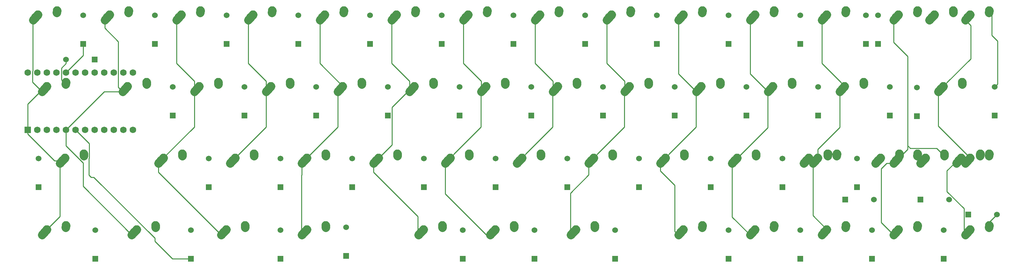
<source format=gbr>
G04 #@! TF.GenerationSoftware,KiCad,Pcbnew,(5.1.2)-1*
G04 #@! TF.CreationDate,2020-02-17T17:06:44-06:00*
G04 #@! TF.ProjectId,SL40,534c3430-2e6b-4696-9361-645f70636258,rev?*
G04 #@! TF.SameCoordinates,Original*
G04 #@! TF.FileFunction,Copper,L1,Top*
G04 #@! TF.FilePolarity,Positive*
%FSLAX46Y46*%
G04 Gerber Fmt 4.6, Leading zero omitted, Abs format (unit mm)*
G04 Created by KiCad (PCBNEW (5.1.2)-1) date 2020-02-17 17:06:44*
%MOMM*%
%LPD*%
G04 APERTURE LIST*
%ADD10C,2.250000*%
%ADD11C,2.250000*%
%ADD12C,1.524000*%
%ADD13R,1.524000X1.524000*%
%ADD14C,1.752600*%
%ADD15R,1.752600X1.752600*%
%ADD16C,0.250000*%
G04 APERTURE END LIST*
D10*
X262076527Y-96016269D03*
D11*
X262056250Y-96306250D02*
X262096804Y-95726288D01*
D10*
X262096250Y-95726250D03*
X256402519Y-97537390D03*
D11*
X255746250Y-98266250D02*
X257058788Y-96808530D01*
D10*
X257056250Y-96806250D03*
X268962500Y-96806250D03*
X268307501Y-97536250D03*
D11*
X267652500Y-98266250D02*
X268962502Y-96806250D01*
D10*
X274002500Y-95726250D03*
X273982500Y-96016250D03*
D11*
X273962500Y-96306250D02*
X274002500Y-95726250D01*
D12*
X243363750Y-107950000D03*
D13*
X235743750Y-107950000D03*
D10*
X231120277Y-96016269D03*
D11*
X231100000Y-96306250D02*
X231140554Y-95726288D01*
D10*
X231140000Y-95726250D03*
X225445001Y-97536250D03*
D11*
X224790000Y-98266250D02*
X226100002Y-96806250D01*
D10*
X226100000Y-96806250D03*
X245150000Y-96806250D03*
X244496269Y-97537390D03*
D11*
X243840000Y-98266250D02*
X245152538Y-96808530D01*
D10*
X250190000Y-95726250D03*
X250170000Y-96016250D03*
D11*
X250150000Y-96306250D02*
X250190000Y-95726250D01*
D10*
X266581250Y-96806250D03*
X265927519Y-97537390D03*
D11*
X265271250Y-98266250D02*
X266583788Y-96808530D01*
D10*
X271621250Y-95726250D03*
X271601250Y-96016250D03*
D11*
X271581250Y-96306250D02*
X271621250Y-95726250D01*
D13*
X103187500Y-122872500D03*
D12*
X103187500Y-115252500D03*
D13*
X134143750Y-123666250D03*
D12*
X134143750Y-116046250D03*
D10*
X164187500Y-115856250D03*
X163533769Y-116587390D03*
D11*
X162877500Y-117316250D02*
X164190038Y-115858530D01*
D10*
X169227500Y-114776250D03*
X169207500Y-115066250D03*
D11*
X169187500Y-115356250D02*
X169227500Y-114776250D01*
D13*
X174625000Y-123666250D03*
D12*
X174625000Y-116046250D03*
X204787500Y-116046250D03*
D13*
X204787500Y-123666250D03*
D10*
X123706250Y-115856250D03*
X123052519Y-116587390D03*
D11*
X122396250Y-117316250D02*
X123708788Y-115858530D01*
D10*
X128746250Y-114776250D03*
X128726250Y-115066250D03*
D11*
X128706250Y-115356250D02*
X128746250Y-114776250D01*
D10*
X97770000Y-115066250D03*
D11*
X97750000Y-115356250D02*
X97790000Y-114776250D01*
D10*
X97790000Y-114776250D03*
X92096269Y-116587390D03*
D11*
X91440000Y-117316250D02*
X92752538Y-115858530D01*
D10*
X92750000Y-115856250D03*
X192762500Y-115856250D03*
X192108769Y-116587390D03*
D11*
X191452500Y-117316250D02*
X192765038Y-115858530D01*
D10*
X197802500Y-114776250D03*
X197782500Y-115066250D03*
D11*
X197762500Y-115356250D02*
X197802500Y-114776250D01*
D10*
X259437500Y-58706250D03*
X258783769Y-59437390D03*
D11*
X258127500Y-60166250D02*
X259440038Y-58708530D01*
D10*
X264477500Y-57626250D03*
X264457777Y-57916269D03*
D11*
X264437500Y-58206250D02*
X264478054Y-57626288D01*
D12*
X33337500Y-58896250D03*
D13*
X33337500Y-66516250D03*
D12*
X52387500Y-58896250D03*
D13*
X52387500Y-66516250D03*
D12*
X71437500Y-58896250D03*
D13*
X71437500Y-66516250D03*
D12*
X90487500Y-58896250D03*
D13*
X90487500Y-66516250D03*
D12*
X109537500Y-58896250D03*
D13*
X109537500Y-66516250D03*
D12*
X128587500Y-58896250D03*
D13*
X128587500Y-66516250D03*
D12*
X147637500Y-58896250D03*
D13*
X147637500Y-66516250D03*
D12*
X166687500Y-58896250D03*
D13*
X166687500Y-66516250D03*
D12*
X185737500Y-58896250D03*
D13*
X185737500Y-66516250D03*
D12*
X204787500Y-58896250D03*
D13*
X204787500Y-66516250D03*
D12*
X223837500Y-58896250D03*
D13*
X223837500Y-66516250D03*
D12*
X241300000Y-58896250D03*
D13*
X241300000Y-66516250D03*
D12*
X244475000Y-58896250D03*
D13*
X244475000Y-66516250D03*
D12*
X275431250Y-77946250D03*
D13*
X275431250Y-85566250D03*
D12*
X28733750Y-70643750D03*
D13*
X36353750Y-70643750D03*
D12*
X57150000Y-77946250D03*
D13*
X57150000Y-85566250D03*
D12*
X76200000Y-77946250D03*
D13*
X76200000Y-85566250D03*
D12*
X95250000Y-77946250D03*
D13*
X95250000Y-85566250D03*
D12*
X133350000Y-77946250D03*
D13*
X133350000Y-85566250D03*
D12*
X152400000Y-77946250D03*
D13*
X152400000Y-85566250D03*
D12*
X171450000Y-77946250D03*
D13*
X171450000Y-85566250D03*
D12*
X190500000Y-77946250D03*
D13*
X190500000Y-85566250D03*
D12*
X209550000Y-77946250D03*
D13*
X209550000Y-85566250D03*
D12*
X228600000Y-77946250D03*
D13*
X228600000Y-85566250D03*
D12*
X247650000Y-77946250D03*
D13*
X247650000Y-85566250D03*
D12*
X254793750Y-78105000D03*
D13*
X254793750Y-85725000D03*
D12*
X21431250Y-96996250D03*
D13*
X21431250Y-104616250D03*
D12*
X66675000Y-96996250D03*
D13*
X66675000Y-104616250D03*
D12*
X85725000Y-96996250D03*
D13*
X85725000Y-104616250D03*
D12*
X104775000Y-96996250D03*
D13*
X104775000Y-104616250D03*
D12*
X123825000Y-96996250D03*
D13*
X123825000Y-104616250D03*
D12*
X142875000Y-96996250D03*
D13*
X142875000Y-104616250D03*
D12*
X161925000Y-96996250D03*
D13*
X161925000Y-104616250D03*
D12*
X180975000Y-96996250D03*
D13*
X180975000Y-104616250D03*
D12*
X200025000Y-96996250D03*
D13*
X200025000Y-104616250D03*
D12*
X219075000Y-96996250D03*
D13*
X219075000Y-104616250D03*
D12*
X238918750Y-96996250D03*
D13*
X238918750Y-104616250D03*
D12*
X263366250Y-107950000D03*
D13*
X255746250Y-107950000D03*
D12*
X36512500Y-116046250D03*
D13*
X36512500Y-123666250D03*
D12*
X61912500Y-116046250D03*
D13*
X61912500Y-123666250D03*
D12*
X85725000Y-116046250D03*
D13*
X85725000Y-123666250D03*
D12*
X153193750Y-116046250D03*
D13*
X153193750Y-123666250D03*
D12*
X223837500Y-116046250D03*
D13*
X223837500Y-123666250D03*
D12*
X242887500Y-116046250D03*
D13*
X242887500Y-123666250D03*
D12*
X261937500Y-116046250D03*
D13*
X261937500Y-123666250D03*
D12*
X276066250Y-111918750D03*
D13*
X268446250Y-111918750D03*
D12*
X114300000Y-77946250D03*
D13*
X114300000Y-85566250D03*
D10*
X21312500Y-58706250D03*
X20657501Y-59436250D03*
D11*
X20002500Y-60166250D02*
X21312502Y-58706250D01*
D10*
X26352500Y-57626250D03*
X26332500Y-57916250D03*
D11*
X26312500Y-58206250D02*
X26352500Y-57626250D01*
D10*
X40362500Y-58706250D03*
X39707501Y-59436250D03*
D11*
X39052500Y-60166250D02*
X40362502Y-58706250D01*
D10*
X45402500Y-57626250D03*
X45382500Y-57916250D03*
D11*
X45362500Y-58206250D02*
X45402500Y-57626250D01*
D10*
X59412500Y-58706250D03*
X58757501Y-59436250D03*
D11*
X58102500Y-60166250D02*
X59412502Y-58706250D01*
D10*
X64452500Y-57626250D03*
X64432500Y-57916250D03*
D11*
X64412500Y-58206250D02*
X64452500Y-57626250D01*
D10*
X78462500Y-58706250D03*
X77807501Y-59436250D03*
D11*
X77152500Y-60166250D02*
X78462502Y-58706250D01*
D10*
X83502500Y-57626250D03*
X83482500Y-57916250D03*
D11*
X83462500Y-58206250D02*
X83502500Y-57626250D01*
D10*
X97512500Y-58706250D03*
X96857501Y-59436250D03*
D11*
X96202500Y-60166250D02*
X97512502Y-58706250D01*
D10*
X102552500Y-57626250D03*
X102532500Y-57916250D03*
D11*
X102512500Y-58206250D02*
X102552500Y-57626250D01*
D10*
X116562500Y-58706250D03*
X115907501Y-59436250D03*
D11*
X115252500Y-60166250D02*
X116562502Y-58706250D01*
D10*
X121602500Y-57626250D03*
X121582500Y-57916250D03*
D11*
X121562500Y-58206250D02*
X121602500Y-57626250D01*
D10*
X135612500Y-58706250D03*
X134957501Y-59436250D03*
D11*
X134302500Y-60166250D02*
X135612502Y-58706250D01*
D10*
X140652500Y-57626250D03*
X140632500Y-57916250D03*
D11*
X140612500Y-58206250D02*
X140652500Y-57626250D01*
D10*
X154662500Y-58706250D03*
X154007501Y-59436250D03*
D11*
X153352500Y-60166250D02*
X154662502Y-58706250D01*
D10*
X159702500Y-57626250D03*
X159682500Y-57916250D03*
D11*
X159662500Y-58206250D02*
X159702500Y-57626250D01*
D10*
X173712500Y-58706250D03*
X173057501Y-59436250D03*
D11*
X172402500Y-60166250D02*
X173712502Y-58706250D01*
D10*
X178752500Y-57626250D03*
X178732500Y-57916250D03*
D11*
X178712500Y-58206250D02*
X178752500Y-57626250D01*
D10*
X192762500Y-58706250D03*
X192107501Y-59436250D03*
D11*
X191452500Y-60166250D02*
X192762502Y-58706250D01*
D10*
X197802500Y-57626250D03*
X197782500Y-57916250D03*
D11*
X197762500Y-58206250D02*
X197802500Y-57626250D01*
D10*
X211812500Y-58706250D03*
X211157501Y-59436250D03*
D11*
X210502500Y-60166250D02*
X211812502Y-58706250D01*
D10*
X216852500Y-57626250D03*
X216832500Y-57916250D03*
D11*
X216812500Y-58206250D02*
X216852500Y-57626250D01*
D10*
X230862500Y-58706250D03*
X230207501Y-59436250D03*
D11*
X229552500Y-60166250D02*
X230862502Y-58706250D01*
D10*
X235902500Y-57626250D03*
X235882500Y-57916250D03*
D11*
X235862500Y-58206250D02*
X235902500Y-57626250D01*
D10*
X249912500Y-58706250D03*
X249257501Y-59436250D03*
D11*
X248602500Y-60166250D02*
X249912502Y-58706250D01*
D10*
X254952500Y-57626250D03*
X254932500Y-57916250D03*
D11*
X254912500Y-58206250D02*
X254952500Y-57626250D01*
D10*
X268962500Y-58706250D03*
X268307501Y-59436250D03*
D11*
X267652500Y-60166250D02*
X268962502Y-58706250D01*
D10*
X274002500Y-57626250D03*
X273982500Y-57916250D03*
D11*
X273962500Y-58206250D02*
X274002500Y-57626250D01*
D10*
X23693750Y-77756250D03*
X23038751Y-78486250D03*
D11*
X22383750Y-79216250D02*
X23693752Y-77756250D01*
D10*
X28733750Y-76676250D03*
X28713750Y-76966250D03*
D11*
X28693750Y-77256250D02*
X28733750Y-76676250D01*
D10*
X45125000Y-77756250D03*
X44470001Y-78486250D03*
D11*
X43815000Y-79216250D02*
X45125002Y-77756250D01*
D10*
X50165000Y-76676250D03*
X50145000Y-76966250D03*
D11*
X50125000Y-77256250D02*
X50165000Y-76676250D01*
D10*
X64175000Y-77756250D03*
X63520001Y-78486250D03*
D11*
X62865000Y-79216250D02*
X64175002Y-77756250D01*
D10*
X69215000Y-76676250D03*
X69195000Y-76966250D03*
D11*
X69175000Y-77256250D02*
X69215000Y-76676250D01*
D10*
X83225000Y-77756250D03*
X82570001Y-78486250D03*
D11*
X81915000Y-79216250D02*
X83225002Y-77756250D01*
D10*
X88265000Y-76676250D03*
X88245000Y-76966250D03*
D11*
X88225000Y-77256250D02*
X88265000Y-76676250D01*
D10*
X102275000Y-77756250D03*
X101620001Y-78486250D03*
D11*
X100965000Y-79216250D02*
X102275002Y-77756250D01*
D10*
X107315000Y-76676250D03*
X107295000Y-76966250D03*
D11*
X107275000Y-77256250D02*
X107315000Y-76676250D01*
D10*
X121325000Y-77756250D03*
X120670001Y-78486250D03*
D11*
X120015000Y-79216250D02*
X121325002Y-77756250D01*
D10*
X126365000Y-76676250D03*
X126345000Y-76966250D03*
D11*
X126325000Y-77256250D02*
X126365000Y-76676250D01*
D10*
X140375000Y-77756250D03*
X139720001Y-78486250D03*
D11*
X139065000Y-79216250D02*
X140375002Y-77756250D01*
D10*
X145415000Y-76676250D03*
X145395000Y-76966250D03*
D11*
X145375000Y-77256250D02*
X145415000Y-76676250D01*
D10*
X159425000Y-77756250D03*
X158770001Y-78486250D03*
D11*
X158115000Y-79216250D02*
X159425002Y-77756250D01*
D10*
X164465000Y-76676250D03*
X164445000Y-76966250D03*
D11*
X164425000Y-77256250D02*
X164465000Y-76676250D01*
D10*
X178475000Y-77756250D03*
X177820001Y-78486250D03*
D11*
X177165000Y-79216250D02*
X178475002Y-77756250D01*
D10*
X183515000Y-76676250D03*
X183495000Y-76966250D03*
D11*
X183475000Y-77256250D02*
X183515000Y-76676250D01*
D10*
X197525000Y-77756250D03*
X196870001Y-78486250D03*
D11*
X196215000Y-79216250D02*
X197525002Y-77756250D01*
D10*
X202565000Y-76676250D03*
X202545000Y-76966250D03*
D11*
X202525000Y-77256250D02*
X202565000Y-76676250D01*
D10*
X216575000Y-77756250D03*
X215920001Y-78486250D03*
D11*
X215265000Y-79216250D02*
X216575002Y-77756250D01*
D10*
X221615000Y-76676250D03*
X221595000Y-76966250D03*
D11*
X221575000Y-77256250D02*
X221615000Y-76676250D01*
D10*
X235625000Y-77756250D03*
X234970001Y-78486250D03*
D11*
X234315000Y-79216250D02*
X235625002Y-77756250D01*
D10*
X240665000Y-76676250D03*
X240645000Y-76966250D03*
D11*
X240625000Y-77256250D02*
X240665000Y-76676250D01*
D10*
X261818750Y-77756250D03*
X261163751Y-78486250D03*
D11*
X260508750Y-79216250D02*
X261818752Y-77756250D01*
D10*
X266858750Y-76676250D03*
X266838750Y-76966250D03*
D11*
X266818750Y-77256250D02*
X266858750Y-76676250D01*
D10*
X28456250Y-96806250D03*
X27801251Y-97536250D03*
D11*
X27146250Y-98266250D02*
X28456252Y-96806250D01*
D10*
X33496250Y-95726250D03*
X33476250Y-96016250D03*
D11*
X33456250Y-96306250D02*
X33496250Y-95726250D01*
D10*
X54650000Y-96806250D03*
X53995001Y-97536250D03*
D11*
X53340000Y-98266250D02*
X54650002Y-96806250D01*
D10*
X59690000Y-95726250D03*
X59670000Y-96016250D03*
D11*
X59650000Y-96306250D02*
X59690000Y-95726250D01*
D10*
X73700000Y-96806250D03*
X73045001Y-97536250D03*
D11*
X72390000Y-98266250D02*
X73700002Y-96806250D01*
D10*
X78740000Y-95726250D03*
X78720000Y-96016250D03*
D11*
X78700000Y-96306250D02*
X78740000Y-95726250D01*
D10*
X92750000Y-96806250D03*
X92095001Y-97536250D03*
D11*
X91440000Y-98266250D02*
X92750002Y-96806250D01*
D10*
X97790000Y-95726250D03*
X97770000Y-96016250D03*
D11*
X97750000Y-96306250D02*
X97790000Y-95726250D01*
D10*
X111800000Y-96806250D03*
X111145001Y-97536250D03*
D11*
X110490000Y-98266250D02*
X111800002Y-96806250D01*
D10*
X116840000Y-95726250D03*
X116820000Y-96016250D03*
D11*
X116800000Y-96306250D02*
X116840000Y-95726250D01*
D10*
X130850000Y-96806250D03*
X130195001Y-97536250D03*
D11*
X129540000Y-98266250D02*
X130850002Y-96806250D01*
D10*
X135890000Y-95726250D03*
X135870000Y-96016250D03*
D11*
X135850000Y-96306250D02*
X135890000Y-95726250D01*
D10*
X149900000Y-96806250D03*
X149245001Y-97536250D03*
D11*
X148590000Y-98266250D02*
X149900002Y-96806250D01*
D10*
X154940000Y-95726250D03*
X154920000Y-96016250D03*
D11*
X154900000Y-96306250D02*
X154940000Y-95726250D01*
D10*
X168950000Y-96806250D03*
X168295001Y-97536250D03*
D11*
X167640000Y-98266250D02*
X168950002Y-96806250D01*
D10*
X173990000Y-95726250D03*
X173970000Y-96016250D03*
D11*
X173950000Y-96306250D02*
X173990000Y-95726250D01*
D10*
X188000000Y-96806250D03*
X187345001Y-97536250D03*
D11*
X186690000Y-98266250D02*
X188000002Y-96806250D01*
D10*
X193040000Y-95726250D03*
X193020000Y-96016250D03*
D11*
X193000000Y-96306250D02*
X193040000Y-95726250D01*
D10*
X207050000Y-96806250D03*
X206395001Y-97536250D03*
D11*
X205740000Y-98266250D02*
X207050002Y-96806250D01*
D10*
X212090000Y-95726250D03*
X212070000Y-96016250D03*
D11*
X212050000Y-96306250D02*
X212090000Y-95726250D01*
D10*
X228481250Y-96806250D03*
X227826251Y-97536250D03*
D11*
X227171250Y-98266250D02*
X228481252Y-96806250D01*
D10*
X233521250Y-95726250D03*
X233501250Y-96016250D03*
D11*
X233481250Y-96306250D02*
X233521250Y-95726250D01*
D10*
X249912500Y-96806250D03*
X249257501Y-97536250D03*
D11*
X248602500Y-98266250D02*
X249912502Y-96806250D01*
D10*
X254952500Y-95726250D03*
X254932500Y-96016250D03*
D11*
X254912500Y-96306250D02*
X254952500Y-95726250D01*
D10*
X23693750Y-115856250D03*
X23038751Y-116586250D03*
D11*
X22383750Y-117316250D02*
X23693752Y-115856250D01*
D10*
X28733750Y-114776250D03*
X28713750Y-115066250D03*
D11*
X28693750Y-115356250D02*
X28733750Y-114776250D01*
D10*
X47506250Y-115856250D03*
X46851251Y-116586250D03*
D11*
X46196250Y-117316250D02*
X47506252Y-115856250D01*
D10*
X52546250Y-114776250D03*
X52526250Y-115066250D03*
D11*
X52506250Y-115356250D02*
X52546250Y-114776250D01*
D10*
X71318750Y-115856250D03*
X70663751Y-116586250D03*
D11*
X70008750Y-117316250D02*
X71318752Y-115856250D01*
D10*
X76358750Y-114776250D03*
X76338750Y-115066250D03*
D11*
X76318750Y-115356250D02*
X76358750Y-114776250D01*
D10*
X142756250Y-115856250D03*
X142101251Y-116586250D03*
D11*
X141446250Y-117316250D02*
X142756252Y-115856250D01*
D10*
X147796250Y-114776250D03*
X147776250Y-115066250D03*
D11*
X147756250Y-115356250D02*
X147796250Y-114776250D01*
D10*
X211812500Y-115856250D03*
X211157501Y-116586250D03*
D11*
X210502500Y-117316250D02*
X211812502Y-115856250D01*
D10*
X216852500Y-114776250D03*
X216832500Y-115066250D03*
D11*
X216812500Y-115356250D02*
X216852500Y-114776250D01*
D10*
X230862500Y-115856250D03*
X230207501Y-116586250D03*
D11*
X229552500Y-117316250D02*
X230862502Y-115856250D01*
D10*
X235902500Y-114776250D03*
X235882500Y-115066250D03*
D11*
X235862500Y-115356250D02*
X235902500Y-114776250D01*
D10*
X249912500Y-115856250D03*
X249257501Y-116586250D03*
D11*
X248602500Y-117316250D02*
X249912502Y-115856250D01*
D10*
X254952500Y-114776250D03*
X254932500Y-115066250D03*
D11*
X254912500Y-115356250D02*
X254952500Y-114776250D01*
D10*
X268962500Y-115856250D03*
X268307501Y-116586250D03*
D11*
X267652500Y-117316250D02*
X268962502Y-115856250D01*
D10*
X274002500Y-114776250D03*
X273982500Y-115066250D03*
D11*
X273962500Y-115356250D02*
X274002500Y-114776250D01*
D14*
X18573750Y-74136250D03*
X46513750Y-89376250D03*
X21113750Y-74136250D03*
X23653750Y-74136250D03*
X26193750Y-74136250D03*
X28733750Y-74136250D03*
X31273750Y-74136250D03*
X33813750Y-74136250D03*
X36353750Y-74136250D03*
X38893750Y-74136250D03*
X41433750Y-74136250D03*
X43973750Y-74136250D03*
X46513750Y-74136250D03*
X43973750Y-89376250D03*
X41433750Y-89376250D03*
X38893750Y-89376250D03*
X36353750Y-89376250D03*
X33813750Y-89376250D03*
X31273750Y-89376250D03*
X28733750Y-89376250D03*
X26193750Y-89376250D03*
X23653750Y-89376250D03*
X21113750Y-89376250D03*
D15*
X18573750Y-89376250D03*
D16*
X33337500Y-69532500D02*
X33337500Y-66516250D01*
X28733750Y-74136250D02*
X33337500Y-69532500D01*
X274669251Y-58913001D02*
X273962500Y-58206250D01*
X276193249Y-77184251D02*
X275431250Y-77946250D01*
X276194401Y-77183099D02*
X276193249Y-77184251D01*
X276194401Y-65787149D02*
X276194401Y-77183099D01*
X274669251Y-64261999D02*
X276194401Y-65787149D01*
X274669251Y-64261999D02*
X274669251Y-58913001D01*
X27532449Y-76094949D02*
X28693750Y-77256250D01*
X27532449Y-72922681D02*
X27532449Y-76094949D01*
X28733750Y-71721380D02*
X27532449Y-72922681D01*
X28733750Y-70643750D02*
X28733750Y-71721380D01*
X32150049Y-90252549D02*
X31273750Y-89376250D01*
X34946251Y-93048751D02*
X32150049Y-90252549D01*
X34836249Y-96976607D02*
X34946251Y-96866605D01*
X34836249Y-101382251D02*
X34836249Y-96976607D01*
X35460249Y-102006251D02*
X34836249Y-101382251D01*
X36125001Y-102006251D02*
X35460249Y-102006251D01*
X52325151Y-118206401D02*
X36125001Y-102006251D01*
X52325151Y-119000151D02*
X52325151Y-118206401D01*
X34946251Y-96866605D02*
X34946251Y-93048751D01*
X56991250Y-123666250D02*
X52325151Y-119000151D01*
X61912500Y-123666250D02*
X56991250Y-123666250D01*
X273962500Y-114022500D02*
X276066250Y-111918750D01*
X273962500Y-115356250D02*
X273962500Y-114022500D01*
X19932501Y-73729999D02*
X19843750Y-73818750D01*
X20002500Y-60166250D02*
X19932501Y-60236249D01*
X19932501Y-60236249D02*
X19932501Y-73729999D01*
X19843750Y-76676250D02*
X22383750Y-79216250D01*
X19843750Y-73818750D02*
X19843750Y-76676250D01*
X18573750Y-88249950D02*
X18573750Y-89376250D01*
X18573750Y-82520248D02*
X18573750Y-88249950D01*
X21877748Y-79216250D02*
X18573750Y-82520248D01*
X22383750Y-79216250D02*
X21877748Y-79216250D01*
X18573750Y-90502550D02*
X25702450Y-97631250D01*
X18573750Y-89376250D02*
X18573750Y-90502550D01*
X26511250Y-97631250D02*
X27146250Y-98266250D01*
X25702450Y-97631250D02*
X26511250Y-97631250D01*
X22383750Y-117166250D02*
X22383750Y-117316250D01*
X27146250Y-112403750D02*
X22383750Y-117166250D01*
X27146250Y-98266250D02*
X27146250Y-112403750D01*
X28733750Y-90615525D02*
X28733750Y-89376250D01*
X28733750Y-93634106D02*
X28733750Y-90615525D01*
X33275151Y-98175507D02*
X28733750Y-93634106D01*
X33275151Y-104395151D02*
X33275151Y-98175507D01*
X46196250Y-117316250D02*
X33275151Y-104395151D01*
X42635051Y-78036301D02*
X43815000Y-79216250D01*
X42635051Y-65910775D02*
X42635051Y-78036301D01*
X39052500Y-62328224D02*
X42635051Y-65910775D01*
X39052500Y-60166250D02*
X39052500Y-62328224D01*
X38893750Y-79216250D02*
X28733750Y-89376250D01*
X43815000Y-79216250D02*
X38893750Y-79216250D01*
X62865000Y-76446250D02*
X62865000Y-79216250D01*
X58102500Y-71683750D02*
X62865000Y-76446250D01*
X58102500Y-60166250D02*
X58102500Y-71683750D01*
X53340000Y-98116250D02*
X53340000Y-98266250D01*
X62865000Y-88591250D02*
X53340000Y-98116250D01*
X62865000Y-79216250D02*
X62865000Y-88591250D01*
X53340000Y-100647500D02*
X70008750Y-117316250D01*
X53340000Y-98266250D02*
X53340000Y-100647500D01*
X81915000Y-76446250D02*
X81915000Y-79216250D01*
X77152500Y-71683750D02*
X81915000Y-76446250D01*
X77152500Y-60166250D02*
X77152500Y-71683750D01*
X81915000Y-88591250D02*
X73700000Y-96806250D01*
X81915000Y-79216250D02*
X81915000Y-88591250D01*
X96202500Y-71683750D02*
X102275000Y-77756250D01*
X96202500Y-60166250D02*
X96202500Y-71683750D01*
X100965000Y-88591250D02*
X92750000Y-96806250D01*
X100965000Y-79216250D02*
X100965000Y-88591250D01*
X91440000Y-101312252D02*
X91440000Y-98266250D01*
X91281250Y-101471002D02*
X91440000Y-101312252D01*
X91281250Y-117157500D02*
X91281250Y-101471002D01*
X91440000Y-117316250D02*
X91281250Y-117157500D01*
X120015000Y-76446250D02*
X120015000Y-79216250D01*
X115252500Y-71683750D02*
X120015000Y-76446250D01*
X115252500Y-60166250D02*
X115252500Y-71683750D01*
X115387001Y-93369249D02*
X110490000Y-98266250D01*
X115387001Y-83338247D02*
X115387001Y-93369249D01*
X119508998Y-79216250D02*
X115387001Y-83338247D01*
X120015000Y-79216250D02*
X119508998Y-79216250D01*
X122256249Y-117176249D02*
X122396250Y-117316250D01*
X122256249Y-112413749D02*
X122256249Y-117176249D01*
X110490000Y-100647500D02*
X122256249Y-112413749D01*
X110490000Y-98266250D02*
X110490000Y-100647500D01*
X139065000Y-76446250D02*
X139065000Y-79216250D01*
X134302500Y-71683750D02*
X139065000Y-76446250D01*
X134302500Y-60166250D02*
X134302500Y-71683750D01*
X131974999Y-95681251D02*
X130850000Y-96806250D01*
X138995001Y-88661249D02*
X131974999Y-95681251D01*
X138995001Y-79286249D02*
X138995001Y-88661249D01*
X139065000Y-79216250D02*
X138995001Y-79286249D01*
X140427276Y-117316250D02*
X141446250Y-117316250D01*
X129540000Y-106428974D02*
X140427276Y-117316250D01*
X129540000Y-98266250D02*
X129540000Y-106428974D01*
X158115000Y-76446250D02*
X158115000Y-79216250D01*
X153352500Y-71683750D02*
X158115000Y-76446250D01*
X153352500Y-60166250D02*
X153352500Y-71683750D01*
X151024999Y-95681251D02*
X149900000Y-96806250D01*
X158045001Y-88661249D02*
X151024999Y-95681251D01*
X158045001Y-79286249D02*
X158045001Y-88661249D01*
X158115000Y-79216250D02*
X158045001Y-79286249D01*
X177165000Y-76446250D02*
X177165000Y-79216250D01*
X172402500Y-71683750D02*
X177165000Y-76446250D01*
X172402500Y-60166250D02*
X172402500Y-71683750D01*
X170074999Y-95681251D02*
X168950000Y-96806250D01*
X177095001Y-88661249D02*
X170074999Y-95681251D01*
X177095001Y-79286249D02*
X177095001Y-88661249D01*
X177165000Y-79216250D02*
X177095001Y-79286249D01*
X167640000Y-101312252D02*
X167640000Y-98266250D01*
X162737499Y-106214753D02*
X167640000Y-101312252D01*
X162737499Y-117176249D02*
X162737499Y-106214753D01*
X162877500Y-117316250D02*
X162737499Y-117176249D01*
X191452500Y-74453750D02*
X196215000Y-79216250D01*
X191452500Y-60166250D02*
X191452500Y-74453750D01*
X189124999Y-95681251D02*
X188000000Y-96806250D01*
X196145001Y-88661249D02*
X189124999Y-95681251D01*
X196145001Y-79286249D02*
X196145001Y-88661249D01*
X196215000Y-79216250D02*
X196145001Y-79286249D01*
X186690000Y-100300248D02*
X186690000Y-98266250D01*
X190500000Y-104110248D02*
X186690000Y-100300248D01*
X190500000Y-116363750D02*
X190500000Y-104110248D01*
X191452500Y-117316250D02*
X190500000Y-116363750D01*
X205740000Y-112553750D02*
X205740000Y-98266250D01*
X210502500Y-117316250D02*
X205740000Y-112553750D01*
X215195001Y-79286249D02*
X215265000Y-79216250D01*
X215195001Y-88811249D02*
X215195001Y-79286249D01*
X205740000Y-98266250D02*
X215195001Y-88811249D01*
X210502500Y-74453750D02*
X215265000Y-79216250D01*
X210502500Y-60166250D02*
X210502500Y-74453750D01*
X234500001Y-76631251D02*
X235625000Y-77756250D01*
X229552500Y-71683750D02*
X234500001Y-76631251D01*
X229552500Y-60166250D02*
X229552500Y-71683750D01*
X227171250Y-112165000D02*
X230862500Y-115856250D01*
X227171250Y-98266250D02*
X227171250Y-112165000D01*
X228481250Y-94575000D02*
X228481250Y-96806250D01*
X234315000Y-88741250D02*
X228481250Y-94575000D01*
X234315000Y-79216250D02*
X234315000Y-88741250D01*
X252318401Y-94550349D02*
X248602500Y-98266250D01*
X248602500Y-66132276D02*
X252318401Y-69848177D01*
X248602500Y-60166250D02*
X248602500Y-66132276D01*
X246758026Y-98266250D02*
X248602500Y-98266250D01*
X245331099Y-99693177D02*
X246758026Y-98266250D01*
X245331099Y-114044849D02*
X245331099Y-99693177D01*
X248602500Y-117316250D02*
X245331099Y-114044849D01*
X253026249Y-94276249D02*
X252318401Y-93568401D01*
X260026249Y-94276249D02*
X253026249Y-94276249D01*
X262056250Y-96306250D02*
X260026249Y-94276249D01*
X252318401Y-69848177D02*
X252318401Y-93568401D01*
X252318401Y-93568401D02*
X252318401Y-94550349D01*
X260508750Y-88352500D02*
X268962500Y-96806250D01*
X260508750Y-79216250D02*
X260508750Y-88352500D01*
X262943749Y-76631251D02*
X261818750Y-77756250D01*
X269081250Y-70493750D02*
X262943749Y-76631251D01*
X269081250Y-61595000D02*
X269081250Y-70493750D01*
X267652500Y-60166250D02*
X269081250Y-61595000D01*
X267359249Y-117022999D02*
X267652500Y-117316250D01*
X267359249Y-110334237D02*
X267359249Y-117022999D01*
X262801249Y-105776237D02*
X267359249Y-110334237D01*
X262801249Y-100230249D02*
X262801249Y-105776237D01*
X264765248Y-98266250D02*
X262801249Y-100230249D01*
X265271250Y-98266250D02*
X264765248Y-98266250D01*
X265271250Y-98266250D02*
X267652500Y-98266250D01*
M02*

</source>
